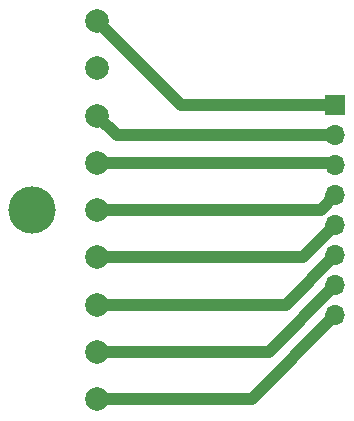
<source format=gbr>
G04 #@! TF.GenerationSoftware,KiCad,Pcbnew,8.0.3*
G04 #@! TF.CreationDate,2024-06-28T16:30:34+02:00*
G04 #@! TF.ProjectId,Playstation 2 breakout,506c6179-7374-4617-9469-6f6e20322062,rev?*
G04 #@! TF.SameCoordinates,Original*
G04 #@! TF.FileFunction,Copper,L1,Top*
G04 #@! TF.FilePolarity,Positive*
%FSLAX46Y46*%
G04 Gerber Fmt 4.6, Leading zero omitted, Abs format (unit mm)*
G04 Created by KiCad (PCBNEW 8.0.3) date 2024-06-28 16:30:34*
%MOMM*%
%LPD*%
G01*
G04 APERTURE LIST*
G04 #@! TA.AperFunction,ComponentPad*
%ADD10C,4.000000*%
G04 #@! TD*
G04 #@! TA.AperFunction,ComponentPad*
%ADD11C,2.000000*%
G04 #@! TD*
G04 #@! TA.AperFunction,ComponentPad*
%ADD12R,1.700000X1.700000*%
G04 #@! TD*
G04 #@! TA.AperFunction,ComponentPad*
%ADD13O,1.700000X1.700000*%
G04 #@! TD*
G04 #@! TA.AperFunction,Conductor*
%ADD14C,1.000000*%
G04 #@! TD*
G04 APERTURE END LIST*
D10*
X162838500Y-76708000D03*
D11*
X168338500Y-92708000D03*
X168338500Y-88708000D03*
X168338500Y-84708000D03*
X168338500Y-80708000D03*
X168338500Y-76708000D03*
X168338500Y-72708000D03*
X168338500Y-68708000D03*
X168338500Y-64708000D03*
X168338500Y-60708000D03*
D12*
X188516500Y-67833000D03*
D13*
X188516500Y-70373000D03*
X188516500Y-72913000D03*
X188516500Y-75453000D03*
X188516500Y-77993000D03*
X188516500Y-80533000D03*
X188516500Y-83073000D03*
X188516500Y-85613000D03*
D14*
X184341500Y-84708000D02*
X188516500Y-80533000D01*
X188311500Y-72708000D02*
X188516500Y-72913000D01*
X182881500Y-88708000D02*
X188516500Y-83073000D01*
X170003500Y-70373000D02*
X188516500Y-70373000D01*
X168338500Y-88708000D02*
X182881500Y-88708000D01*
X168338500Y-68708000D02*
X170003500Y-70373000D01*
X187261500Y-76708000D02*
X188516500Y-75453000D01*
X168338500Y-84708000D02*
X184341500Y-84708000D01*
X168338500Y-76708000D02*
X187261500Y-76708000D01*
X185801500Y-80708000D02*
X188516500Y-77993000D01*
X168338500Y-80708000D02*
X185801500Y-80708000D01*
X175463500Y-67833000D02*
X188516500Y-67833000D01*
X168338500Y-92708000D02*
X181421500Y-92708000D01*
X168338500Y-60708000D02*
X175463500Y-67833000D01*
X181421500Y-92708000D02*
X188516500Y-85613000D01*
X168338500Y-72708000D02*
X188311500Y-72708000D01*
M02*

</source>
